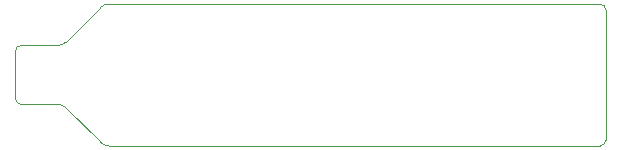
<source format=gbr>
%TF.GenerationSoftware,KiCad,Pcbnew,6.0.0-rc1-unknown-fbdb2bd91f~144~ubuntu20.04.1*%
%TF.CreationDate,2021-12-08T11:49:30+07:00*%
%TF.ProjectId,diff-probe,64696666-2d70-4726-9f62-652e6b696361,rev?*%
%TF.SameCoordinates,Original*%
%TF.FileFunction,Profile,NP*%
%FSLAX46Y46*%
G04 Gerber Fmt 4.6, Leading zero omitted, Abs format (unit mm)*
G04 Created by KiCad (PCBNEW 6.0.0-rc1-unknown-fbdb2bd91f~144~ubuntu20.04.1) date 2021-12-08 11:49:30*
%MOMM*%
%LPD*%
G01*
G04 APERTURE LIST*
%TA.AperFunction,Profile*%
%ADD10C,0.100000*%
%TD*%
G04 APERTURE END LIST*
D10*
X131415312Y-92003600D02*
G75*
G03*
X130708206Y-92296494I2J-1000001D01*
G01*
X123501100Y-100003600D02*
X123501100Y-96003600D01*
X173001100Y-104003600D02*
G75*
G03*
X173501100Y-103503600I-1J500001D01*
G01*
X131440000Y-104010000D02*
X173010000Y-104010000D01*
X127086887Y-95503600D02*
G75*
G03*
X127793992Y-95210707I3J999990D01*
G01*
X130708206Y-92296494D02*
X127793993Y-95210707D01*
X132450000Y-92000000D02*
X172050000Y-92000000D01*
X123501100Y-100003600D02*
G75*
G03*
X124001100Y-100503600I500001J1D01*
G01*
X173501100Y-103503600D02*
X173501100Y-92503600D01*
X132501100Y-92003600D02*
X131415312Y-92003600D01*
X127793993Y-100796494D02*
X130708206Y-103710707D01*
X173501100Y-92503600D02*
G75*
G03*
X173001100Y-92003600I-500001J-1D01*
G01*
X173001100Y-92003600D02*
X172001100Y-92003600D01*
X124001100Y-100503600D02*
X127086887Y-100503600D01*
X124001100Y-95503600D02*
G75*
G03*
X123501100Y-96003600I1J-500001D01*
G01*
X127793993Y-100796495D02*
G75*
G03*
X127086887Y-100503600I-707107J-707101D01*
G01*
X127086887Y-95503600D02*
X124001100Y-95503600D01*
X130708207Y-103710707D02*
G75*
G03*
X131415312Y-104003600I707102J707097D01*
G01*
M02*

</source>
